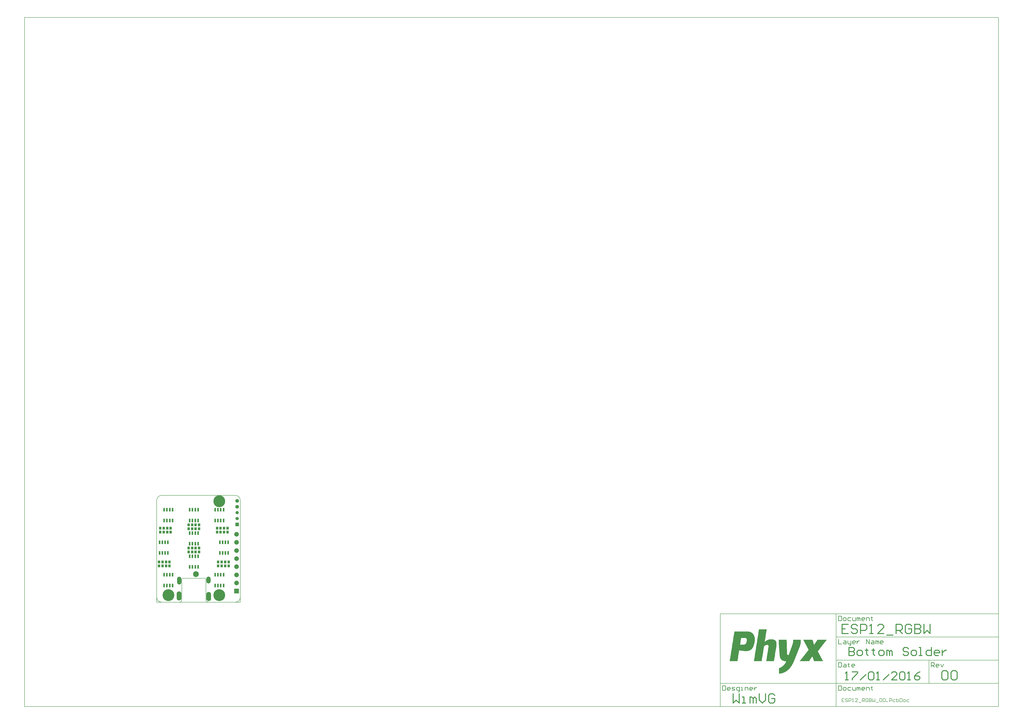
<source format=gbs>
G04 Layer_Color=16711935*
%FSLAX25Y25*%
%MOIN*%
G70*
G01*
G75*
%ADD34C,0.00984*%
%ADD35C,0.01575*%
%ADD36C,0.00787*%
%ADD60R,0.04331X0.04724*%
%ADD80C,0.07874*%
%ADD81R,0.07874X0.07874*%
%ADD82O,0.08268X0.15354*%
%ADD83C,0.09843*%
%ADD84O,0.07087X0.13386*%
%ADD85O,0.07087X0.11811*%
%ADD86C,0.20079*%
%ADD87R,0.06299X0.06299*%
%ADD88C,0.05512*%
%ADD89C,0.06299*%
%ADD91R,0.03150X0.05906*%
G36*
X1093521Y-64032D02*
Y-64318D01*
Y-64605D01*
Y-64891D01*
Y-65177D01*
Y-65464D01*
Y-65750D01*
Y-66036D01*
Y-66322D01*
Y-66609D01*
Y-66895D01*
Y-67181D01*
Y-67468D01*
Y-67754D01*
Y-68040D01*
Y-68327D01*
Y-68613D01*
Y-68899D01*
Y-69186D01*
Y-69472D01*
Y-69758D01*
X1093234D01*
Y-70044D01*
Y-70331D01*
Y-70617D01*
Y-70903D01*
Y-71190D01*
X1092948D01*
Y-71476D01*
Y-71762D01*
Y-72049D01*
Y-72335D01*
X1092662D01*
Y-72621D01*
Y-72908D01*
Y-73194D01*
Y-73480D01*
X1092375D01*
Y-73767D01*
Y-74053D01*
Y-74339D01*
X1092089D01*
Y-74625D01*
Y-74912D01*
Y-75198D01*
X1091803D01*
Y-75485D01*
Y-75771D01*
Y-76057D01*
X1091516D01*
Y-76343D01*
Y-76630D01*
Y-76916D01*
X1091230D01*
Y-77202D01*
Y-77489D01*
X1090944D01*
Y-77775D01*
Y-78061D01*
X1090657D01*
Y-78348D01*
Y-78634D01*
Y-78920D01*
X1090371D01*
Y-79207D01*
Y-79493D01*
X1090085D01*
Y-79779D01*
Y-80066D01*
Y-80352D01*
X1089799D01*
Y-80638D01*
Y-80924D01*
X1089512D01*
Y-81211D01*
Y-81497D01*
Y-81783D01*
X1089226D01*
Y-82070D01*
Y-82356D01*
X1088939D01*
Y-82642D01*
Y-82929D01*
Y-83215D01*
X1088653D01*
Y-83501D01*
Y-83788D01*
X1088367D01*
Y-84074D01*
Y-84360D01*
Y-84646D01*
X1088081D01*
Y-84933D01*
Y-85219D01*
X1087794D01*
Y-85505D01*
Y-85792D01*
Y-86078D01*
X1087508D01*
Y-86364D01*
Y-86651D01*
X1087222D01*
Y-86937D01*
Y-87223D01*
Y-87510D01*
X1086935D01*
Y-87796D01*
Y-88082D01*
X1086649D01*
Y-88369D01*
Y-88655D01*
Y-88941D01*
X1086363D01*
Y-89227D01*
Y-89514D01*
X1086076D01*
Y-89800D01*
Y-90086D01*
Y-90373D01*
X1085790D01*
Y-90659D01*
Y-90945D01*
X1085504D01*
Y-91232D01*
Y-91518D01*
Y-91804D01*
X1085217D01*
Y-92091D01*
Y-92377D01*
X1084931D01*
Y-92663D01*
Y-92950D01*
Y-93236D01*
X1084645D01*
Y-93522D01*
Y-93809D01*
X1084359D01*
Y-94095D01*
Y-94381D01*
Y-94667D01*
X1084072D01*
Y-94954D01*
Y-95240D01*
X1083786D01*
Y-95526D01*
Y-95813D01*
Y-96099D01*
X1083500D01*
Y-96385D01*
Y-96672D01*
X1083213D01*
Y-96958D01*
Y-97244D01*
Y-97531D01*
X1082927D01*
Y-97817D01*
Y-98103D01*
X1082641D01*
Y-98390D01*
Y-98676D01*
Y-98962D01*
X1082354D01*
Y-99248D01*
Y-99535D01*
X1082068D01*
Y-99821D01*
Y-100107D01*
Y-100394D01*
X1081782D01*
Y-100680D01*
Y-100966D01*
X1081495D01*
Y-101253D01*
Y-101539D01*
X1081209D01*
Y-101825D01*
Y-102112D01*
X1080923D01*
Y-102398D01*
Y-102684D01*
Y-102971D01*
X1080637D01*
Y-103257D01*
X1080350D01*
Y-103543D01*
Y-103829D01*
Y-104116D01*
X1080064D01*
Y-104402D01*
X1079778D01*
Y-104688D01*
Y-104975D01*
X1079491D01*
Y-105261D01*
Y-105547D01*
X1079205D01*
Y-105834D01*
Y-106120D01*
X1078919D01*
Y-106406D01*
Y-106693D01*
X1078632D01*
Y-106979D01*
X1078346D01*
Y-107265D01*
Y-107552D01*
X1078060D01*
Y-107838D01*
Y-108124D01*
X1077773D01*
Y-108410D01*
X1077487D01*
Y-108697D01*
X1077201D01*
Y-108983D01*
Y-109269D01*
X1076914D01*
Y-109556D01*
X1076628D01*
Y-109842D01*
Y-110128D01*
X1076342D01*
Y-110415D01*
X1076056D01*
Y-110701D01*
X1075769D01*
Y-110987D01*
Y-111274D01*
X1075483D01*
Y-111560D01*
X1075196D01*
Y-111846D01*
X1074910D01*
Y-112133D01*
X1074624D01*
Y-112419D01*
X1074338D01*
Y-112705D01*
Y-112991D01*
X1074051D01*
Y-113278D01*
X1073765D01*
Y-113564D01*
X1073479D01*
Y-113850D01*
X1073192D01*
Y-114137D01*
X1072906D01*
Y-114423D01*
X1072620D01*
Y-114709D01*
X1072333D01*
Y-114996D01*
X1071761D01*
Y-115282D01*
X1071474D01*
Y-115568D01*
X1071188D01*
Y-115855D01*
X1070902D01*
Y-116141D01*
X1070615D01*
Y-116427D01*
X1070043D01*
Y-116714D01*
X1069757D01*
Y-117000D01*
X1069184D01*
Y-117286D01*
X1068898D01*
Y-117572D01*
X1068325D01*
Y-117859D01*
X1068039D01*
Y-118145D01*
X1067466D01*
Y-118431D01*
X1066893D01*
Y-118718D01*
X1066321D01*
Y-119004D01*
X1065748D01*
Y-119290D01*
X1065176D01*
Y-119577D01*
X1064317D01*
Y-119863D01*
X1063744D01*
Y-120149D01*
X1062885D01*
Y-120436D01*
X1061740D01*
Y-120722D01*
X1060595D01*
Y-121008D01*
X1058877D01*
Y-121294D01*
X1056872D01*
Y-121581D01*
X1056586D01*
Y-121294D01*
Y-121008D01*
Y-120722D01*
Y-120436D01*
Y-120149D01*
Y-119863D01*
Y-119577D01*
Y-119290D01*
Y-119004D01*
Y-118718D01*
Y-118431D01*
Y-118145D01*
Y-117859D01*
Y-117572D01*
Y-117286D01*
Y-117000D01*
Y-116714D01*
Y-116427D01*
Y-116141D01*
Y-115855D01*
Y-115568D01*
Y-115282D01*
Y-114996D01*
Y-114709D01*
Y-114423D01*
Y-114137D01*
Y-113850D01*
Y-113564D01*
Y-113278D01*
Y-112991D01*
Y-112705D01*
Y-112419D01*
Y-112133D01*
X1057159D01*
Y-111846D01*
X1057731D01*
Y-111560D01*
X1058304D01*
Y-111274D01*
X1058877D01*
Y-110987D01*
X1059449D01*
Y-110701D01*
X1060022D01*
Y-110415D01*
X1060308D01*
Y-110128D01*
X1060881D01*
Y-109842D01*
X1061167D01*
Y-109556D01*
X1061740D01*
Y-109269D01*
X1062026D01*
Y-108983D01*
X1062312D01*
Y-108697D01*
X1062885D01*
Y-108410D01*
X1063171D01*
Y-108124D01*
X1063458D01*
Y-107838D01*
X1063744D01*
Y-107552D01*
X1064030D01*
Y-107265D01*
X1064317D01*
Y-106979D01*
X1064603D01*
Y-106693D01*
X1064889D01*
Y-106406D01*
X1065176D01*
Y-106120D01*
X1065462D01*
Y-105834D01*
X1065748D01*
Y-105547D01*
X1066035D01*
Y-105261D01*
Y-104975D01*
X1066321D01*
Y-104688D01*
X1066607D01*
Y-104402D01*
X1066893D01*
Y-104116D01*
Y-103829D01*
X1067180D01*
Y-103543D01*
X1067466D01*
Y-103257D01*
Y-102971D01*
X1067752D01*
Y-102684D01*
Y-102398D01*
X1068039D01*
Y-102112D01*
X1068325D01*
Y-101825D01*
Y-101539D01*
X1068611D01*
Y-101253D01*
Y-100966D01*
X1068898D01*
Y-100680D01*
Y-100394D01*
X1067180D01*
Y-100107D01*
X1065176D01*
Y-99821D01*
X1064030D01*
Y-99535D01*
X1063458D01*
Y-99248D01*
X1062599D01*
Y-98962D01*
X1062026D01*
Y-98676D01*
X1061740D01*
Y-98390D01*
X1061167D01*
Y-98103D01*
X1060881D01*
Y-97817D01*
X1060595D01*
Y-97531D01*
X1060308D01*
Y-97244D01*
X1060022D01*
Y-96958D01*
X1059736D01*
Y-96672D01*
Y-96385D01*
X1059449D01*
Y-96099D01*
X1059163D01*
Y-95813D01*
Y-95526D01*
X1058877D01*
Y-95240D01*
Y-94954D01*
X1058590D01*
Y-94667D01*
Y-94381D01*
X1058304D01*
Y-94095D01*
Y-93809D01*
Y-93522D01*
X1058018D01*
Y-93236D01*
Y-92950D01*
Y-92663D01*
Y-92377D01*
X1057731D01*
Y-92091D01*
Y-91804D01*
Y-91518D01*
Y-91232D01*
Y-90945D01*
Y-90659D01*
Y-90373D01*
X1057445D01*
Y-90086D01*
Y-89800D01*
Y-89514D01*
Y-89227D01*
Y-88941D01*
Y-88655D01*
Y-88369D01*
Y-88082D01*
Y-87796D01*
Y-87510D01*
Y-87223D01*
Y-86937D01*
Y-86651D01*
Y-86364D01*
Y-86078D01*
X1057159D01*
Y-85792D01*
Y-85505D01*
Y-85219D01*
Y-84933D01*
Y-84646D01*
Y-84360D01*
Y-84074D01*
Y-83788D01*
Y-83501D01*
Y-83215D01*
Y-82929D01*
Y-82642D01*
Y-82356D01*
Y-82070D01*
Y-81783D01*
X1056872D01*
Y-81497D01*
Y-81211D01*
Y-80924D01*
Y-80638D01*
Y-80352D01*
Y-80066D01*
Y-79779D01*
Y-79493D01*
Y-79207D01*
Y-78920D01*
Y-78634D01*
Y-78348D01*
Y-78061D01*
Y-77775D01*
Y-77489D01*
Y-77202D01*
X1056586D01*
Y-76916D01*
Y-76630D01*
Y-76343D01*
Y-76057D01*
Y-75771D01*
Y-75485D01*
Y-75198D01*
Y-74912D01*
Y-74625D01*
Y-74339D01*
Y-74053D01*
Y-73767D01*
Y-73480D01*
Y-73194D01*
Y-72908D01*
Y-72621D01*
X1056300D01*
Y-72335D01*
Y-72049D01*
Y-71762D01*
Y-71476D01*
Y-71190D01*
Y-70903D01*
Y-70617D01*
Y-70331D01*
Y-70044D01*
Y-69758D01*
Y-69472D01*
Y-69186D01*
Y-68899D01*
Y-68613D01*
X1056014D01*
Y-68327D01*
Y-68040D01*
Y-67754D01*
Y-67468D01*
Y-67181D01*
Y-66895D01*
Y-66609D01*
Y-66322D01*
Y-66036D01*
Y-65750D01*
Y-65464D01*
Y-65177D01*
Y-64891D01*
Y-64605D01*
Y-64318D01*
Y-64032D01*
X1055727D01*
Y-63746D01*
X1069470D01*
Y-64032D01*
Y-64318D01*
Y-64605D01*
Y-64891D01*
Y-65177D01*
Y-65464D01*
Y-65750D01*
Y-66036D01*
Y-66322D01*
Y-66609D01*
Y-66895D01*
Y-67181D01*
Y-67468D01*
Y-67754D01*
X1069757D01*
Y-68040D01*
Y-68327D01*
Y-68613D01*
Y-68899D01*
Y-69186D01*
Y-69472D01*
Y-69758D01*
Y-70044D01*
Y-70331D01*
Y-70617D01*
Y-70903D01*
Y-71190D01*
Y-71476D01*
Y-71762D01*
Y-72049D01*
Y-72335D01*
Y-72621D01*
Y-72908D01*
Y-73194D01*
Y-73480D01*
Y-73767D01*
Y-74053D01*
Y-74339D01*
Y-74625D01*
Y-74912D01*
Y-75198D01*
Y-75485D01*
Y-75771D01*
Y-76057D01*
Y-76343D01*
Y-76630D01*
Y-76916D01*
Y-77202D01*
Y-77489D01*
Y-77775D01*
Y-78061D01*
Y-78348D01*
Y-78634D01*
Y-78920D01*
Y-79207D01*
Y-79493D01*
X1070043D01*
Y-79779D01*
X1069757D01*
Y-80066D01*
Y-80352D01*
X1070043D01*
Y-80638D01*
Y-80924D01*
Y-81211D01*
Y-81497D01*
Y-81783D01*
Y-82070D01*
Y-82356D01*
Y-82642D01*
Y-82929D01*
Y-83215D01*
Y-83501D01*
Y-83788D01*
Y-84074D01*
Y-84360D01*
Y-84646D01*
Y-84933D01*
Y-85219D01*
Y-85505D01*
Y-85792D01*
Y-86078D01*
Y-86364D01*
Y-86651D01*
Y-86937D01*
Y-87223D01*
Y-87510D01*
Y-87796D01*
X1070329D01*
Y-88082D01*
Y-88369D01*
Y-88655D01*
X1070615D01*
Y-88941D01*
X1070902D01*
Y-89227D01*
X1071188D01*
Y-89514D01*
X1072047D01*
Y-89800D01*
X1072906D01*
Y-89514D01*
X1073192D01*
Y-89227D01*
Y-88941D01*
Y-88655D01*
X1073479D01*
Y-88369D01*
Y-88082D01*
X1073765D01*
Y-87796D01*
Y-87510D01*
Y-87223D01*
X1074051D01*
Y-86937D01*
Y-86651D01*
Y-86364D01*
X1074338D01*
Y-86078D01*
Y-85792D01*
Y-85505D01*
X1074624D01*
Y-85219D01*
Y-84933D01*
Y-84646D01*
X1074910D01*
Y-84360D01*
Y-84074D01*
X1075196D01*
Y-83788D01*
Y-83501D01*
Y-83215D01*
X1075483D01*
Y-82929D01*
Y-82642D01*
Y-82356D01*
X1075769D01*
Y-82070D01*
Y-81783D01*
Y-81497D01*
X1076056D01*
Y-81211D01*
Y-80924D01*
X1076342D01*
Y-80638D01*
Y-80352D01*
Y-80066D01*
X1076628D01*
Y-79779D01*
Y-79493D01*
Y-79207D01*
X1076914D01*
Y-78920D01*
Y-78634D01*
Y-78348D01*
X1077201D01*
Y-78061D01*
Y-77775D01*
X1077487D01*
Y-77489D01*
Y-77202D01*
Y-76916D01*
X1077773D01*
Y-76630D01*
Y-76343D01*
Y-76057D01*
X1078060D01*
Y-75771D01*
Y-75485D01*
Y-75198D01*
X1078346D01*
Y-74912D01*
Y-74625D01*
X1078632D01*
Y-74339D01*
Y-74053D01*
Y-73767D01*
X1078919D01*
Y-73480D01*
Y-73194D01*
Y-72908D01*
X1079205D01*
Y-72621D01*
Y-72335D01*
Y-72049D01*
X1079491D01*
Y-71762D01*
Y-71476D01*
Y-71190D01*
Y-70903D01*
X1079778D01*
Y-70617D01*
Y-70331D01*
Y-70044D01*
Y-69758D01*
X1080064D01*
Y-69472D01*
Y-69186D01*
Y-68899D01*
Y-68613D01*
Y-68327D01*
X1080350D01*
Y-68040D01*
Y-67754D01*
Y-67468D01*
Y-67181D01*
Y-66895D01*
Y-66609D01*
X1080637D01*
Y-66322D01*
Y-66036D01*
Y-65750D01*
Y-65464D01*
Y-65177D01*
Y-64891D01*
Y-64605D01*
Y-64318D01*
Y-64032D01*
Y-63746D01*
X1093521D01*
Y-64032D01*
D02*
G37*
G36*
X1035685Y-46567D02*
Y-46853D01*
X1035399D01*
Y-47139D01*
Y-47426D01*
Y-47712D01*
Y-47998D01*
Y-48285D01*
Y-48571D01*
X1035113D01*
Y-48857D01*
Y-49144D01*
Y-49430D01*
Y-49716D01*
Y-50003D01*
Y-50289D01*
X1034826D01*
Y-50575D01*
Y-50862D01*
Y-51148D01*
Y-51434D01*
Y-51720D01*
Y-52007D01*
Y-52293D01*
X1034540D01*
Y-52579D01*
Y-52866D01*
Y-53152D01*
Y-53438D01*
Y-53725D01*
Y-54011D01*
X1034254D01*
Y-54297D01*
Y-54584D01*
Y-54870D01*
Y-55156D01*
Y-55443D01*
Y-55729D01*
X1033967D01*
Y-56015D01*
Y-56301D01*
Y-56588D01*
Y-56874D01*
Y-57161D01*
Y-57447D01*
Y-57733D01*
X1033681D01*
Y-58019D01*
Y-58306D01*
Y-58592D01*
Y-58878D01*
Y-59165D01*
Y-59451D01*
X1033395D01*
Y-59737D01*
Y-60024D01*
Y-60310D01*
Y-60596D01*
Y-60883D01*
Y-61169D01*
X1033109D01*
Y-61455D01*
Y-61742D01*
Y-62028D01*
Y-62314D01*
Y-62600D01*
Y-62887D01*
X1032822D01*
Y-63173D01*
Y-63459D01*
Y-63746D01*
Y-64032D01*
Y-64318D01*
Y-64605D01*
Y-64891D01*
X1032536D01*
Y-65177D01*
Y-65464D01*
Y-65750D01*
Y-66036D01*
Y-66322D01*
Y-66609D01*
X1032250D01*
Y-66895D01*
Y-67181D01*
X1032822D01*
Y-66895D01*
X1033109D01*
Y-66609D01*
X1033395D01*
Y-66322D01*
X1033967D01*
Y-66036D01*
X1034254D01*
Y-65750D01*
X1034540D01*
Y-65464D01*
X1035113D01*
Y-65177D01*
X1035685D01*
Y-64891D01*
X1035972D01*
Y-64605D01*
X1036544D01*
Y-64318D01*
X1037403D01*
Y-64032D01*
X1037976D01*
Y-63746D01*
X1038835D01*
Y-63459D01*
X1040266D01*
Y-63173D01*
X1046565D01*
Y-63459D01*
X1047711D01*
Y-63746D01*
X1048569D01*
Y-64032D01*
X1049142D01*
Y-64318D01*
X1049428D01*
Y-64605D01*
X1050001D01*
Y-64891D01*
X1050287D01*
Y-65177D01*
X1050574D01*
Y-65464D01*
X1050860D01*
Y-65750D01*
X1051146D01*
Y-66036D01*
Y-66322D01*
X1051433D01*
Y-66609D01*
Y-66895D01*
X1051719D01*
Y-67181D01*
Y-67468D01*
Y-67754D01*
X1052005D01*
Y-68040D01*
Y-68327D01*
Y-68613D01*
Y-68899D01*
X1052291D01*
Y-69186D01*
Y-69472D01*
Y-69758D01*
Y-70044D01*
Y-70331D01*
Y-70617D01*
Y-70903D01*
Y-71190D01*
Y-71476D01*
Y-71762D01*
Y-72049D01*
Y-72335D01*
Y-72621D01*
Y-72908D01*
Y-73194D01*
Y-73480D01*
Y-73767D01*
Y-74053D01*
X1052005D01*
Y-74339D01*
Y-74625D01*
Y-74912D01*
Y-75198D01*
Y-75485D01*
Y-75771D01*
Y-76057D01*
X1051719D01*
Y-76343D01*
Y-76630D01*
Y-76916D01*
Y-77202D01*
Y-77489D01*
Y-77775D01*
Y-78061D01*
X1051433D01*
Y-78348D01*
Y-78634D01*
Y-78920D01*
Y-79207D01*
Y-79493D01*
Y-79779D01*
X1051146D01*
Y-80066D01*
Y-80352D01*
Y-80638D01*
Y-80924D01*
Y-81211D01*
Y-81497D01*
X1050860D01*
Y-81783D01*
Y-82070D01*
Y-82356D01*
Y-82642D01*
Y-82929D01*
Y-83215D01*
X1050574D01*
Y-83501D01*
Y-83788D01*
Y-84074D01*
Y-84360D01*
Y-84646D01*
Y-84933D01*
Y-85219D01*
X1050287D01*
Y-85505D01*
Y-85792D01*
Y-86078D01*
Y-86364D01*
Y-86651D01*
Y-86937D01*
X1050001D01*
Y-87223D01*
Y-87510D01*
Y-87796D01*
Y-88082D01*
Y-88369D01*
Y-88655D01*
X1049715D01*
Y-88941D01*
Y-89227D01*
Y-89514D01*
Y-89800D01*
Y-90086D01*
Y-90373D01*
Y-90659D01*
X1049428D01*
Y-90945D01*
Y-91232D01*
Y-91518D01*
Y-91804D01*
Y-92091D01*
Y-92377D01*
X1049142D01*
Y-92663D01*
Y-92950D01*
Y-93236D01*
Y-93522D01*
Y-93809D01*
Y-94095D01*
X1048856D01*
Y-94381D01*
Y-94667D01*
Y-94954D01*
Y-95240D01*
Y-95526D01*
Y-95813D01*
X1048569D01*
Y-96099D01*
Y-96385D01*
Y-96672D01*
Y-96958D01*
Y-97244D01*
Y-97531D01*
Y-97817D01*
X1048283D01*
Y-98103D01*
Y-98390D01*
Y-98676D01*
Y-98962D01*
Y-99248D01*
Y-99535D01*
X1047997D01*
Y-99821D01*
Y-100107D01*
X1034826D01*
Y-99821D01*
Y-99535D01*
X1035113D01*
Y-99248D01*
Y-98962D01*
Y-98676D01*
Y-98390D01*
Y-98103D01*
Y-97817D01*
X1035399D01*
Y-97531D01*
Y-97244D01*
Y-96958D01*
Y-96672D01*
Y-96385D01*
Y-96099D01*
Y-95813D01*
X1035685D01*
Y-95526D01*
Y-95240D01*
Y-94954D01*
Y-94667D01*
Y-94381D01*
Y-94095D01*
X1035972D01*
Y-93809D01*
Y-93522D01*
Y-93236D01*
Y-92950D01*
Y-92663D01*
Y-92377D01*
X1036258D01*
Y-92091D01*
Y-91804D01*
Y-91518D01*
Y-91232D01*
Y-90945D01*
Y-90659D01*
Y-90373D01*
X1036544D01*
Y-90086D01*
Y-89800D01*
Y-89514D01*
Y-89227D01*
Y-88941D01*
Y-88655D01*
X1036831D01*
Y-88369D01*
Y-88082D01*
Y-87796D01*
Y-87510D01*
Y-87223D01*
Y-86937D01*
Y-86651D01*
X1037117D01*
Y-86364D01*
Y-86078D01*
Y-85792D01*
Y-85505D01*
Y-85219D01*
Y-84933D01*
X1037403D01*
Y-84646D01*
Y-84360D01*
Y-84074D01*
Y-83788D01*
Y-83501D01*
Y-83215D01*
X1037689D01*
Y-82929D01*
Y-82642D01*
Y-82356D01*
Y-82070D01*
Y-81783D01*
Y-81497D01*
X1037976D01*
Y-81211D01*
Y-80924D01*
Y-80638D01*
Y-80352D01*
Y-80066D01*
Y-79779D01*
Y-79493D01*
X1038262D01*
Y-79207D01*
Y-78920D01*
Y-78634D01*
Y-78348D01*
Y-78061D01*
Y-77775D01*
X1038548D01*
Y-77489D01*
Y-77202D01*
Y-76916D01*
Y-76630D01*
Y-76343D01*
Y-76057D01*
Y-75771D01*
X1038835D01*
Y-75485D01*
Y-75198D01*
Y-74912D01*
Y-74625D01*
Y-74339D01*
Y-74053D01*
X1038548D01*
Y-73767D01*
Y-73480D01*
X1038262D01*
Y-73194D01*
X1037976D01*
Y-72908D01*
X1037403D01*
Y-72621D01*
X1035685D01*
Y-72908D01*
X1034254D01*
Y-73194D01*
X1033395D01*
Y-73480D01*
X1032822D01*
Y-73767D01*
X1032536D01*
Y-74053D01*
X1031963D01*
Y-74339D01*
X1031677D01*
Y-74625D01*
X1031391D01*
Y-74912D01*
Y-75198D01*
X1031104D01*
Y-75485D01*
Y-75771D01*
Y-76057D01*
X1030818D01*
Y-76343D01*
Y-76630D01*
Y-76916D01*
Y-77202D01*
Y-77489D01*
Y-77775D01*
X1030532D01*
Y-78061D01*
Y-78348D01*
Y-78634D01*
Y-78920D01*
Y-79207D01*
Y-79493D01*
Y-79779D01*
X1030245D01*
Y-80066D01*
Y-80352D01*
Y-80638D01*
Y-80924D01*
Y-81211D01*
Y-81497D01*
X1029959D01*
Y-81783D01*
Y-82070D01*
Y-82356D01*
Y-82642D01*
Y-82929D01*
Y-83215D01*
X1029673D01*
Y-83501D01*
Y-83788D01*
Y-84074D01*
Y-84360D01*
Y-84646D01*
Y-84933D01*
X1029387D01*
Y-85219D01*
Y-85505D01*
Y-85792D01*
Y-86078D01*
Y-86364D01*
Y-86651D01*
Y-86937D01*
X1029100D01*
Y-87223D01*
Y-87510D01*
Y-87796D01*
Y-88082D01*
Y-88369D01*
Y-88655D01*
X1028814D01*
Y-88941D01*
Y-89227D01*
Y-89514D01*
Y-89800D01*
Y-90086D01*
Y-90373D01*
X1028528D01*
Y-90659D01*
Y-90945D01*
Y-91232D01*
Y-91518D01*
Y-91804D01*
Y-92091D01*
Y-92377D01*
X1028241D01*
Y-92663D01*
Y-92950D01*
Y-93236D01*
Y-93522D01*
Y-93809D01*
Y-94095D01*
X1027955D01*
Y-94381D01*
Y-94667D01*
Y-94954D01*
Y-95240D01*
Y-95526D01*
Y-95813D01*
X1027669D01*
Y-96099D01*
Y-96385D01*
Y-96672D01*
Y-96958D01*
Y-97244D01*
Y-97531D01*
X1027382D01*
Y-97817D01*
Y-98103D01*
Y-98390D01*
Y-98676D01*
Y-98962D01*
Y-99248D01*
Y-99535D01*
X1027096D01*
Y-99821D01*
Y-100107D01*
X1013926D01*
Y-99821D01*
Y-99535D01*
X1014212D01*
Y-99248D01*
Y-98962D01*
Y-98676D01*
Y-98390D01*
Y-98103D01*
Y-97817D01*
Y-97531D01*
X1014498D01*
Y-97244D01*
Y-96958D01*
Y-96672D01*
Y-96385D01*
Y-96099D01*
Y-95813D01*
X1014785D01*
Y-95526D01*
Y-95240D01*
Y-94954D01*
Y-94667D01*
Y-94381D01*
Y-94095D01*
X1015071D01*
Y-93809D01*
Y-93522D01*
Y-93236D01*
Y-92950D01*
Y-92663D01*
Y-92377D01*
Y-92091D01*
X1015357D01*
Y-91804D01*
Y-91518D01*
Y-91232D01*
Y-90945D01*
Y-90659D01*
Y-90373D01*
X1015643D01*
Y-90086D01*
Y-89800D01*
Y-89514D01*
Y-89227D01*
Y-88941D01*
Y-88655D01*
X1015930D01*
Y-88369D01*
Y-88082D01*
Y-87796D01*
Y-87510D01*
Y-87223D01*
Y-86937D01*
X1016216D01*
Y-86651D01*
Y-86364D01*
Y-86078D01*
Y-85792D01*
Y-85505D01*
Y-85219D01*
Y-84933D01*
X1016502D01*
Y-84646D01*
Y-84360D01*
Y-84074D01*
Y-83788D01*
Y-83501D01*
Y-83215D01*
X1016789D01*
Y-82929D01*
Y-82642D01*
Y-82356D01*
Y-82070D01*
Y-81783D01*
Y-81497D01*
X1017075D01*
Y-81211D01*
Y-80924D01*
Y-80638D01*
Y-80352D01*
Y-80066D01*
Y-79779D01*
Y-79493D01*
X1017361D01*
Y-79207D01*
Y-78920D01*
Y-78634D01*
Y-78348D01*
Y-78061D01*
Y-77775D01*
X1017648D01*
Y-77489D01*
Y-77202D01*
Y-76916D01*
Y-76630D01*
Y-76343D01*
Y-76057D01*
X1017934D01*
Y-75771D01*
Y-75485D01*
Y-75198D01*
Y-74912D01*
Y-74625D01*
Y-74339D01*
X1018220D01*
Y-74053D01*
Y-73767D01*
Y-73480D01*
Y-73194D01*
Y-72908D01*
Y-72621D01*
Y-72335D01*
X1018507D01*
Y-72049D01*
Y-71762D01*
Y-71476D01*
Y-71190D01*
Y-70903D01*
Y-70617D01*
X1018793D01*
Y-70331D01*
Y-70044D01*
Y-69758D01*
Y-69472D01*
Y-69186D01*
Y-68899D01*
X1019079D01*
Y-68613D01*
Y-68327D01*
Y-68040D01*
Y-67754D01*
Y-67468D01*
Y-67181D01*
X1019366D01*
Y-66895D01*
Y-66609D01*
Y-66322D01*
Y-66036D01*
Y-65750D01*
Y-65464D01*
Y-65177D01*
X1019652D01*
Y-64891D01*
Y-64605D01*
Y-64318D01*
Y-64032D01*
Y-63746D01*
Y-63459D01*
X1019938D01*
Y-63173D01*
Y-62887D01*
Y-62600D01*
Y-62314D01*
Y-62028D01*
Y-61742D01*
X1020224D01*
Y-61455D01*
Y-61169D01*
Y-60883D01*
Y-60596D01*
Y-60310D01*
Y-60024D01*
Y-59737D01*
X1020511D01*
Y-59451D01*
Y-59165D01*
Y-58878D01*
Y-58592D01*
Y-58306D01*
Y-58019D01*
X1020797D01*
Y-57733D01*
Y-57447D01*
Y-57161D01*
Y-56874D01*
Y-56588D01*
Y-56301D01*
X1021083D01*
Y-56015D01*
Y-55729D01*
Y-55443D01*
Y-55156D01*
Y-54870D01*
Y-54584D01*
X1021370D01*
Y-54297D01*
Y-54011D01*
Y-53725D01*
Y-53438D01*
Y-53152D01*
Y-52866D01*
Y-52579D01*
X1021656D01*
Y-52293D01*
Y-52007D01*
Y-51720D01*
Y-51434D01*
Y-51148D01*
Y-50862D01*
X1021942D01*
Y-50575D01*
Y-50289D01*
Y-50003D01*
Y-49716D01*
Y-49430D01*
Y-49144D01*
X1022229D01*
Y-48857D01*
Y-48571D01*
Y-48285D01*
Y-47998D01*
Y-47712D01*
Y-47426D01*
Y-47139D01*
X1022515D01*
Y-46853D01*
Y-46567D01*
Y-46281D01*
X1035685D01*
Y-46567D01*
D02*
G37*
G36*
X1004477Y-50003D02*
X1006195D01*
Y-50289D01*
X1007054D01*
Y-50575D01*
X1007913D01*
Y-50862D01*
X1008772D01*
Y-51148D01*
X1009345D01*
Y-51434D01*
X1009631D01*
Y-51720D01*
X1010203D01*
Y-52007D01*
X1010490D01*
Y-52293D01*
X1011062D01*
Y-52579D01*
X1011349D01*
Y-52866D01*
X1011635D01*
Y-53152D01*
X1011921D01*
Y-53438D01*
X1012208D01*
Y-53725D01*
X1012494D01*
Y-54011D01*
X1012780D01*
Y-54297D01*
Y-54584D01*
X1013067D01*
Y-54870D01*
X1013353D01*
Y-55156D01*
Y-55443D01*
X1013639D01*
Y-55729D01*
X1013926D01*
Y-56015D01*
Y-56301D01*
X1014212D01*
Y-56588D01*
Y-56874D01*
Y-57161D01*
X1014498D01*
Y-57447D01*
Y-57733D01*
Y-58019D01*
X1014785D01*
Y-58306D01*
Y-58592D01*
Y-58878D01*
Y-59165D01*
X1015071D01*
Y-59451D01*
Y-59737D01*
Y-60024D01*
Y-60310D01*
Y-60596D01*
X1015357D01*
Y-60883D01*
Y-61169D01*
Y-61455D01*
Y-61742D01*
Y-62028D01*
Y-62314D01*
Y-62600D01*
Y-62887D01*
Y-63173D01*
Y-63459D01*
Y-63746D01*
Y-64032D01*
Y-64318D01*
Y-64605D01*
Y-64891D01*
Y-65177D01*
Y-65464D01*
Y-65750D01*
Y-66036D01*
Y-66322D01*
X1015071D01*
Y-66609D01*
Y-66895D01*
Y-67181D01*
Y-67468D01*
Y-67754D01*
Y-68040D01*
Y-68327D01*
X1014785D01*
Y-68613D01*
Y-68899D01*
Y-69186D01*
Y-69472D01*
Y-69758D01*
X1014498D01*
Y-70044D01*
Y-70331D01*
Y-70617D01*
Y-70903D01*
Y-71190D01*
X1014212D01*
Y-71476D01*
Y-71762D01*
Y-72049D01*
X1013926D01*
Y-72335D01*
Y-72621D01*
Y-72908D01*
Y-73194D01*
X1013639D01*
Y-73480D01*
Y-73767D01*
Y-74053D01*
X1013353D01*
Y-74339D01*
Y-74625D01*
X1013067D01*
Y-74912D01*
Y-75198D01*
Y-75485D01*
X1012780D01*
Y-75771D01*
Y-76057D01*
X1012494D01*
Y-76343D01*
Y-76630D01*
X1012208D01*
Y-76916D01*
Y-77202D01*
X1011921D01*
Y-77489D01*
X1011635D01*
Y-77775D01*
Y-78061D01*
X1011349D01*
Y-78348D01*
X1011062D01*
Y-78634D01*
X1010776D01*
Y-78920D01*
Y-79207D01*
X1010490D01*
Y-79493D01*
X1010203D01*
Y-79779D01*
X1009917D01*
Y-80066D01*
X1009631D01*
Y-80352D01*
X1009345D01*
Y-80638D01*
X1008772D01*
Y-80924D01*
X1008486D01*
Y-81211D01*
X1007913D01*
Y-81497D01*
X1007627D01*
Y-81783D01*
X1007054D01*
Y-82070D01*
X1006195D01*
Y-82356D01*
X1005336D01*
Y-82642D01*
X1004477D01*
Y-82929D01*
X1002759D01*
Y-83215D01*
X997606D01*
Y-82929D01*
X995029D01*
Y-82642D01*
X993025D01*
Y-82356D01*
X991593D01*
Y-82070D01*
X990162D01*
Y-81783D01*
X988730D01*
Y-82070D01*
Y-82356D01*
Y-82642D01*
Y-82929D01*
Y-83215D01*
Y-83501D01*
Y-83788D01*
X988444D01*
Y-84074D01*
Y-84360D01*
Y-84646D01*
Y-84933D01*
Y-85219D01*
Y-85505D01*
X988157D01*
Y-85792D01*
Y-86078D01*
Y-86364D01*
Y-86651D01*
Y-86937D01*
Y-87223D01*
X987871D01*
Y-87510D01*
Y-87796D01*
Y-88082D01*
Y-88369D01*
Y-88655D01*
Y-88941D01*
Y-89227D01*
X987585D01*
Y-89514D01*
Y-89800D01*
Y-90086D01*
Y-90373D01*
Y-90659D01*
Y-90945D01*
X987298D01*
Y-91232D01*
Y-91518D01*
Y-91804D01*
Y-92091D01*
Y-92377D01*
Y-92663D01*
X987012D01*
Y-92950D01*
Y-93236D01*
Y-93522D01*
Y-93809D01*
Y-94095D01*
Y-94381D01*
Y-94667D01*
X986726D01*
Y-94954D01*
Y-95240D01*
Y-95526D01*
Y-95813D01*
Y-96099D01*
Y-96385D01*
X986440D01*
Y-96672D01*
Y-96958D01*
Y-97244D01*
Y-97531D01*
Y-97817D01*
Y-98103D01*
X986153D01*
Y-98390D01*
Y-98676D01*
Y-98962D01*
Y-99248D01*
Y-99535D01*
Y-99821D01*
Y-100107D01*
X972696D01*
Y-99821D01*
X972983D01*
Y-99535D01*
Y-99248D01*
Y-98962D01*
Y-98676D01*
Y-98390D01*
X973269D01*
Y-98103D01*
Y-97817D01*
Y-97531D01*
Y-97244D01*
Y-96958D01*
Y-96672D01*
Y-96385D01*
X973555D01*
Y-96099D01*
Y-95813D01*
Y-95526D01*
Y-95240D01*
Y-94954D01*
Y-94667D01*
X973842D01*
Y-94381D01*
Y-94095D01*
Y-93809D01*
Y-93522D01*
Y-93236D01*
Y-92950D01*
X974128D01*
Y-92663D01*
Y-92377D01*
Y-92091D01*
Y-91804D01*
Y-91518D01*
Y-91232D01*
Y-90945D01*
X974414D01*
Y-90659D01*
Y-90373D01*
Y-90086D01*
Y-89800D01*
Y-89514D01*
Y-89227D01*
X974701D01*
Y-88941D01*
Y-88655D01*
Y-88369D01*
Y-88082D01*
Y-87796D01*
Y-87510D01*
X974987D01*
Y-87223D01*
Y-86937D01*
Y-86651D01*
Y-86364D01*
Y-86078D01*
Y-85792D01*
X975273D01*
Y-85505D01*
Y-85219D01*
Y-84933D01*
Y-84646D01*
Y-84360D01*
Y-84074D01*
Y-83788D01*
X975560D01*
Y-83501D01*
Y-83215D01*
Y-82929D01*
Y-82642D01*
Y-82356D01*
Y-82070D01*
X975846D01*
Y-81783D01*
Y-81497D01*
Y-81211D01*
Y-80924D01*
Y-80638D01*
Y-80352D01*
X976132D01*
Y-80066D01*
Y-79779D01*
Y-79493D01*
Y-79207D01*
Y-78920D01*
Y-78634D01*
X976419D01*
Y-78348D01*
Y-78061D01*
Y-77775D01*
Y-77489D01*
Y-77202D01*
Y-76916D01*
Y-76630D01*
X976705D01*
Y-76343D01*
Y-76057D01*
Y-75771D01*
Y-75485D01*
Y-75198D01*
Y-74912D01*
X976991D01*
Y-74625D01*
Y-74339D01*
Y-74053D01*
Y-73767D01*
Y-73480D01*
Y-73194D01*
X977277D01*
Y-72908D01*
Y-72621D01*
Y-72335D01*
Y-72049D01*
Y-71762D01*
Y-71476D01*
Y-71190D01*
X977564D01*
Y-70903D01*
Y-70617D01*
Y-70331D01*
Y-70044D01*
Y-69758D01*
Y-69472D01*
X977850D01*
Y-69186D01*
Y-68899D01*
Y-68613D01*
Y-68327D01*
Y-68040D01*
Y-67754D01*
X978137D01*
Y-67468D01*
Y-67181D01*
Y-66895D01*
Y-66609D01*
Y-66322D01*
Y-66036D01*
X978423D01*
Y-65750D01*
Y-65464D01*
Y-65177D01*
Y-64891D01*
Y-64605D01*
Y-64318D01*
Y-64032D01*
X978709D01*
Y-63746D01*
Y-63459D01*
Y-63173D01*
Y-62887D01*
Y-62600D01*
Y-62314D01*
X978995D01*
Y-62028D01*
Y-61742D01*
Y-61455D01*
Y-61169D01*
Y-60883D01*
Y-60596D01*
X979282D01*
Y-60310D01*
Y-60024D01*
Y-59737D01*
Y-59451D01*
Y-59165D01*
Y-58878D01*
Y-58592D01*
X979568D01*
Y-58306D01*
Y-58019D01*
Y-57733D01*
Y-57447D01*
Y-57161D01*
Y-56874D01*
X979854D01*
Y-56588D01*
Y-56301D01*
Y-56015D01*
Y-55729D01*
Y-55443D01*
Y-55156D01*
X980141D01*
Y-54870D01*
Y-54584D01*
Y-54297D01*
Y-54011D01*
Y-53725D01*
Y-53438D01*
Y-53152D01*
X980427D01*
Y-52866D01*
Y-52579D01*
Y-52293D01*
Y-52007D01*
Y-51720D01*
Y-51434D01*
X980713D01*
Y-51148D01*
Y-50862D01*
Y-50575D01*
Y-50289D01*
Y-50003D01*
Y-49716D01*
X1004477D01*
Y-50003D01*
D02*
G37*
G36*
X1137613Y-64032D02*
X1137326D01*
Y-64318D01*
X1137040D01*
Y-64605D01*
Y-64891D01*
X1136754D01*
Y-65177D01*
X1136467D01*
Y-65464D01*
X1136181D01*
Y-65750D01*
Y-66036D01*
X1135895D01*
Y-66322D01*
X1135608D01*
Y-66609D01*
X1135322D01*
Y-66895D01*
X1135036D01*
Y-67181D01*
Y-67468D01*
X1134750D01*
Y-67754D01*
X1134463D01*
Y-68040D01*
X1134177D01*
Y-68327D01*
Y-68613D01*
X1133891D01*
Y-68899D01*
X1133604D01*
Y-69186D01*
X1133318D01*
Y-69472D01*
X1133032D01*
Y-69758D01*
Y-70044D01*
X1132745D01*
Y-70331D01*
X1132459D01*
Y-70617D01*
X1132173D01*
Y-70903D01*
Y-71190D01*
X1131886D01*
Y-71476D01*
X1131600D01*
Y-71762D01*
X1131314D01*
Y-72049D01*
Y-72335D01*
X1131028D01*
Y-72621D01*
X1130741D01*
Y-72908D01*
X1130455D01*
Y-73194D01*
X1130169D01*
Y-73480D01*
Y-73767D01*
X1129882D01*
Y-74053D01*
X1129596D01*
Y-74339D01*
X1129310D01*
Y-74625D01*
Y-74912D01*
X1129023D01*
Y-75198D01*
X1128737D01*
Y-75485D01*
X1128451D01*
Y-75771D01*
Y-76057D01*
X1128164D01*
Y-76343D01*
X1127878D01*
Y-76630D01*
X1127592D01*
Y-76916D01*
X1127306D01*
Y-77202D01*
Y-77489D01*
X1127019D01*
Y-77775D01*
X1126733D01*
Y-78061D01*
X1126447D01*
Y-78348D01*
Y-78634D01*
X1126160D01*
Y-78920D01*
X1125874D01*
Y-79207D01*
X1125588D01*
Y-79493D01*
Y-79779D01*
X1125301D01*
Y-80066D01*
X1125015D01*
Y-80352D01*
X1124729D01*
Y-80638D01*
X1124442D01*
Y-80924D01*
Y-81211D01*
X1124156D01*
Y-81497D01*
X1123870D01*
Y-81783D01*
X1123583D01*
Y-82070D01*
Y-82356D01*
X1123297D01*
Y-82642D01*
X1123011D01*
Y-82929D01*
X1122725D01*
Y-83215D01*
X1122438D01*
Y-83501D01*
Y-83788D01*
X1122725D01*
Y-84074D01*
Y-84360D01*
X1123011D01*
Y-84646D01*
Y-84933D01*
X1123297D01*
Y-85219D01*
X1123583D01*
Y-85505D01*
Y-85792D01*
X1123870D01*
Y-86078D01*
Y-86364D01*
X1124156D01*
Y-86651D01*
Y-86937D01*
X1124442D01*
Y-87223D01*
Y-87510D01*
X1124729D01*
Y-87796D01*
Y-88082D01*
X1125015D01*
Y-88369D01*
Y-88655D01*
X1125301D01*
Y-88941D01*
Y-89227D01*
X1125588D01*
Y-89514D01*
Y-89800D01*
X1125874D01*
Y-90086D01*
X1126160D01*
Y-90373D01*
Y-90659D01*
X1126447D01*
Y-90945D01*
Y-91232D01*
X1126733D01*
Y-91518D01*
Y-91804D01*
X1127019D01*
Y-92091D01*
Y-92377D01*
X1127306D01*
Y-92663D01*
Y-92950D01*
X1127592D01*
Y-93236D01*
Y-93522D01*
X1127878D01*
Y-93809D01*
Y-94095D01*
X1128164D01*
Y-94381D01*
X1128451D01*
Y-94667D01*
Y-94954D01*
X1128737D01*
Y-95240D01*
Y-95526D01*
X1129023D01*
Y-95813D01*
Y-96099D01*
X1129310D01*
Y-96385D01*
Y-96672D01*
X1129596D01*
Y-96958D01*
Y-97244D01*
X1129882D01*
Y-97531D01*
Y-97817D01*
X1130169D01*
Y-98103D01*
Y-98390D01*
X1130455D01*
Y-98676D01*
X1130741D01*
Y-98962D01*
Y-99248D01*
X1131028D01*
Y-99535D01*
Y-99821D01*
X1131314D01*
Y-100107D01*
X1116139D01*
Y-99821D01*
X1115853D01*
Y-99535D01*
Y-99248D01*
Y-98962D01*
X1115567D01*
Y-98676D01*
Y-98390D01*
Y-98103D01*
X1115280D01*
Y-97817D01*
Y-97531D01*
X1114994D01*
Y-97244D01*
Y-96958D01*
Y-96672D01*
X1114708D01*
Y-96385D01*
Y-96099D01*
Y-95813D01*
X1114421D01*
Y-95526D01*
Y-95240D01*
X1114135D01*
Y-94954D01*
Y-94667D01*
Y-94381D01*
X1113849D01*
Y-94095D01*
Y-93809D01*
Y-93522D01*
X1113562D01*
Y-93236D01*
Y-92950D01*
Y-92663D01*
X1113276D01*
Y-92377D01*
X1112704D01*
Y-92663D01*
Y-92950D01*
X1112417D01*
Y-93236D01*
X1112131D01*
Y-93522D01*
Y-93809D01*
X1111845D01*
Y-94095D01*
X1111558D01*
Y-94381D01*
Y-94667D01*
X1111272D01*
Y-94954D01*
X1110986D01*
Y-95240D01*
Y-95526D01*
X1110699D01*
Y-95813D01*
X1110413D01*
Y-96099D01*
X1110127D01*
Y-96385D01*
Y-96672D01*
X1109840D01*
Y-96958D01*
X1109554D01*
Y-97244D01*
Y-97531D01*
X1109268D01*
Y-97817D01*
X1108981D01*
Y-98103D01*
Y-98390D01*
X1108695D01*
Y-98676D01*
X1108409D01*
Y-98962D01*
Y-99248D01*
X1108123D01*
Y-99535D01*
X1107836D01*
Y-99821D01*
Y-100107D01*
X1091803D01*
Y-99821D01*
X1092089D01*
Y-99535D01*
X1092375D01*
Y-99248D01*
X1092662D01*
Y-98962D01*
X1092948D01*
Y-98676D01*
Y-98390D01*
X1093234D01*
Y-98103D01*
X1093521D01*
Y-97817D01*
X1093807D01*
Y-97531D01*
X1094093D01*
Y-97244D01*
Y-96958D01*
X1094380D01*
Y-96672D01*
X1094666D01*
Y-96385D01*
X1094952D01*
Y-96099D01*
Y-95813D01*
X1095238D01*
Y-95526D01*
X1095525D01*
Y-95240D01*
X1095811D01*
Y-94954D01*
X1096097D01*
Y-94667D01*
Y-94381D01*
X1096384D01*
Y-94095D01*
X1096670D01*
Y-93809D01*
X1096956D01*
Y-93522D01*
X1097243D01*
Y-93236D01*
Y-92950D01*
X1097529D01*
Y-92663D01*
X1097815D01*
Y-92377D01*
X1098102D01*
Y-92091D01*
Y-91804D01*
X1098388D01*
Y-91518D01*
X1098674D01*
Y-91232D01*
X1098960D01*
Y-90945D01*
X1099247D01*
Y-90659D01*
Y-90373D01*
X1099533D01*
Y-90086D01*
X1099819D01*
Y-89800D01*
X1100106D01*
Y-89514D01*
Y-89227D01*
X1100392D01*
Y-88941D01*
X1100678D01*
Y-88655D01*
X1100965D01*
Y-88369D01*
X1101251D01*
Y-88082D01*
Y-87796D01*
X1101537D01*
Y-87510D01*
X1101824D01*
Y-87223D01*
X1102110D01*
Y-86937D01*
Y-86651D01*
X1102396D01*
Y-86364D01*
X1102683D01*
Y-86078D01*
X1102969D01*
Y-85792D01*
X1103255D01*
Y-85505D01*
Y-85219D01*
X1103541D01*
Y-84933D01*
X1103828D01*
Y-84646D01*
X1104114D01*
Y-84360D01*
X1104400D01*
Y-84074D01*
Y-83788D01*
X1104687D01*
Y-83501D01*
X1104973D01*
Y-83215D01*
X1105259D01*
Y-82929D01*
Y-82642D01*
X1105546D01*
Y-82356D01*
X1105832D01*
Y-82070D01*
X1106118D01*
Y-81783D01*
X1106405D01*
Y-81497D01*
Y-81211D01*
X1106691D01*
Y-80924D01*
Y-80638D01*
Y-80352D01*
X1106405D01*
Y-80066D01*
X1106118D01*
Y-79779D01*
Y-79493D01*
X1105832D01*
Y-79207D01*
Y-78920D01*
X1105546D01*
Y-78634D01*
Y-78348D01*
X1105259D01*
Y-78061D01*
Y-77775D01*
X1104973D01*
Y-77489D01*
Y-77202D01*
X1104687D01*
Y-76916D01*
Y-76630D01*
X1104400D01*
Y-76343D01*
X1104114D01*
Y-76057D01*
Y-75771D01*
X1103828D01*
Y-75485D01*
Y-75198D01*
X1103541D01*
Y-74912D01*
Y-74625D01*
X1103255D01*
Y-74339D01*
Y-74053D01*
X1102969D01*
Y-73767D01*
Y-73480D01*
X1102683D01*
Y-73194D01*
Y-72908D01*
X1102396D01*
Y-72621D01*
X1102110D01*
Y-72335D01*
Y-72049D01*
X1101824D01*
Y-71762D01*
Y-71476D01*
X1101537D01*
Y-71190D01*
Y-70903D01*
X1101251D01*
Y-70617D01*
Y-70331D01*
X1100965D01*
Y-70044D01*
Y-69758D01*
X1100678D01*
Y-69472D01*
Y-69186D01*
X1100392D01*
Y-68899D01*
Y-68613D01*
X1100106D01*
Y-68327D01*
X1099819D01*
Y-68040D01*
Y-67754D01*
X1099533D01*
Y-67468D01*
Y-67181D01*
X1099247D01*
Y-66895D01*
Y-66609D01*
X1098960D01*
Y-66322D01*
Y-66036D01*
X1098674D01*
Y-65750D01*
Y-65464D01*
X1098388D01*
Y-65177D01*
Y-64891D01*
X1098102D01*
Y-64605D01*
X1097815D01*
Y-64318D01*
Y-64032D01*
X1097529D01*
Y-63746D01*
X1113276D01*
Y-64032D01*
X1113562D01*
Y-64318D01*
Y-64605D01*
Y-64891D01*
X1113849D01*
Y-65177D01*
Y-65464D01*
Y-65750D01*
X1114135D01*
Y-66036D01*
Y-66322D01*
Y-66609D01*
X1114421D01*
Y-66895D01*
Y-67181D01*
Y-67468D01*
X1114708D01*
Y-67754D01*
Y-68040D01*
Y-68327D01*
X1114994D01*
Y-68613D01*
Y-68899D01*
Y-69186D01*
X1115280D01*
Y-69472D01*
Y-69758D01*
Y-70044D01*
X1115567D01*
Y-70331D01*
Y-70617D01*
Y-70903D01*
X1115853D01*
Y-71190D01*
Y-71476D01*
Y-71762D01*
Y-72049D01*
X1116426D01*
Y-71762D01*
X1116712D01*
Y-71476D01*
X1116998D01*
Y-71190D01*
Y-70903D01*
X1117284D01*
Y-70617D01*
X1117571D01*
Y-70331D01*
Y-70044D01*
X1117857D01*
Y-69758D01*
X1118143D01*
Y-69472D01*
Y-69186D01*
X1118430D01*
Y-68899D01*
X1118716D01*
Y-68613D01*
Y-68327D01*
X1119002D01*
Y-68040D01*
X1119289D01*
Y-67754D01*
Y-67468D01*
X1119575D01*
Y-67181D01*
X1119861D01*
Y-66895D01*
Y-66609D01*
X1120148D01*
Y-66322D01*
X1120434D01*
Y-66036D01*
Y-65750D01*
X1120720D01*
Y-65464D01*
X1121007D01*
Y-65177D01*
Y-64891D01*
X1121293D01*
Y-64605D01*
X1121579D01*
Y-64318D01*
Y-64032D01*
X1121865D01*
Y-63746D01*
X1137613D01*
Y-64032D01*
D02*
G37*
%LPC*%
G36*
X1000183Y-60883D02*
X992166D01*
Y-61169D01*
Y-61455D01*
Y-61742D01*
Y-62028D01*
Y-62314D01*
X991879D01*
Y-62600D01*
Y-62887D01*
Y-63173D01*
Y-63459D01*
Y-63746D01*
Y-64032D01*
X991593D01*
Y-64318D01*
Y-64605D01*
Y-64891D01*
Y-65177D01*
Y-65464D01*
Y-65750D01*
X991307D01*
Y-66036D01*
Y-66322D01*
Y-66609D01*
Y-66895D01*
Y-67181D01*
Y-67468D01*
X991020D01*
Y-67754D01*
Y-68040D01*
Y-68327D01*
Y-68613D01*
Y-68899D01*
Y-69186D01*
Y-69472D01*
X990734D01*
Y-69758D01*
Y-70044D01*
Y-70331D01*
Y-70617D01*
Y-70903D01*
Y-71190D01*
X990448D01*
Y-71476D01*
Y-71762D01*
Y-72049D01*
X997606D01*
Y-71762D01*
X998751D01*
Y-71476D01*
X999324D01*
Y-71190D01*
X999610D01*
Y-70903D01*
X999896D01*
Y-70617D01*
X1000183D01*
Y-70331D01*
X1000469D01*
Y-70044D01*
Y-69758D01*
X1000755D01*
Y-69472D01*
Y-69186D01*
X1001042D01*
Y-68899D01*
Y-68613D01*
X1001328D01*
Y-68327D01*
Y-68040D01*
Y-67754D01*
Y-67468D01*
X1001614D01*
Y-67181D01*
Y-66895D01*
Y-66609D01*
Y-66322D01*
Y-66036D01*
X1001900D01*
Y-65750D01*
Y-65464D01*
Y-65177D01*
Y-64891D01*
Y-64605D01*
Y-64318D01*
Y-64032D01*
Y-63746D01*
Y-63459D01*
Y-63173D01*
Y-62887D01*
X1001614D01*
Y-62600D01*
Y-62314D01*
X1001328D01*
Y-62028D01*
Y-61742D01*
X1001042D01*
Y-61455D01*
X1000755D01*
Y-61169D01*
X1000183D01*
Y-60883D01*
D02*
G37*
%LPD*%
D34*
X1157480Y-141735D02*
Y-149606D01*
X1161416D01*
X1162728Y-148294D01*
Y-143047D01*
X1161416Y-141735D01*
X1157480D01*
X1166664Y-149606D02*
X1169287D01*
X1170599Y-148294D01*
Y-145671D01*
X1169287Y-144359D01*
X1166664D01*
X1165352Y-145671D01*
Y-148294D01*
X1166664Y-149606D01*
X1178471Y-144359D02*
X1174535D01*
X1173223Y-145671D01*
Y-148294D01*
X1174535Y-149606D01*
X1178471D01*
X1181095Y-144359D02*
Y-148294D01*
X1182407Y-149606D01*
X1186342D01*
Y-144359D01*
X1188966Y-149606D02*
Y-144359D01*
X1190278D01*
X1191590Y-145671D01*
Y-149606D01*
Y-145671D01*
X1192902Y-144359D01*
X1194214Y-145671D01*
Y-149606D01*
X1200774D02*
X1198150D01*
X1196838Y-148294D01*
Y-145671D01*
X1198150Y-144359D01*
X1200774D01*
X1202085Y-145671D01*
Y-146983D01*
X1196838D01*
X1204709Y-149606D02*
Y-144359D01*
X1208645D01*
X1209957Y-145671D01*
Y-149606D01*
X1213893Y-143047D02*
Y-144359D01*
X1212581D01*
X1215205D01*
X1213893D01*
Y-148294D01*
X1215205Y-149606D01*
X1157480Y-102365D02*
Y-110236D01*
X1161416D01*
X1162728Y-108924D01*
Y-103677D01*
X1161416Y-102365D01*
X1157480D01*
X1166664Y-104989D02*
X1169287D01*
X1170599Y-106300D01*
Y-110236D01*
X1166664D01*
X1165352Y-108924D01*
X1166664Y-107612D01*
X1170599D01*
X1174535Y-103677D02*
Y-104989D01*
X1173223D01*
X1175847D01*
X1174535D01*
Y-108924D01*
X1175847Y-110236D01*
X1183719D02*
X1181095D01*
X1179783Y-108924D01*
Y-106300D01*
X1181095Y-104989D01*
X1183719D01*
X1185030Y-106300D01*
Y-107612D01*
X1179783D01*
X1157480Y-62995D02*
Y-70866D01*
X1162728D01*
X1166664Y-65618D02*
X1169287D01*
X1170599Y-66930D01*
Y-70866D01*
X1166664D01*
X1165352Y-69554D01*
X1166664Y-68242D01*
X1170599D01*
X1173223Y-65618D02*
Y-69554D01*
X1174535Y-70866D01*
X1178471D01*
Y-72178D01*
X1177159Y-73490D01*
X1175847D01*
X1178471Y-70866D02*
Y-65618D01*
X1185030Y-70866D02*
X1182407D01*
X1181095Y-69554D01*
Y-66930D01*
X1182407Y-65618D01*
X1185030D01*
X1186342Y-66930D01*
Y-68242D01*
X1181095D01*
X1188966Y-65618D02*
Y-70866D01*
Y-68242D01*
X1190278Y-66930D01*
X1191590Y-65618D01*
X1192902D01*
X1204709Y-70866D02*
Y-62995D01*
X1209957Y-70866D01*
Y-62995D01*
X1213893Y-65618D02*
X1216516D01*
X1217828Y-66930D01*
Y-70866D01*
X1213893D01*
X1212581Y-69554D01*
X1213893Y-68242D01*
X1217828D01*
X1220452Y-70866D02*
Y-65618D01*
X1221764D01*
X1223076Y-66930D01*
Y-70866D01*
Y-66930D01*
X1224388Y-65618D01*
X1225700Y-66930D01*
Y-70866D01*
X1232259D02*
X1229636D01*
X1228324Y-69554D01*
Y-66930D01*
X1229636Y-65618D01*
X1232259D01*
X1233571Y-66930D01*
Y-68242D01*
X1228324D01*
X1157480Y-23625D02*
Y-31496D01*
X1161416D01*
X1162728Y-30184D01*
Y-24937D01*
X1161416Y-23625D01*
X1157480D01*
X1166664Y-31496D02*
X1169287D01*
X1170599Y-30184D01*
Y-27560D01*
X1169287Y-26248D01*
X1166664D01*
X1165352Y-27560D01*
Y-30184D01*
X1166664Y-31496D01*
X1178471Y-26248D02*
X1174535D01*
X1173223Y-27560D01*
Y-30184D01*
X1174535Y-31496D01*
X1178471D01*
X1181095Y-26248D02*
Y-30184D01*
X1182407Y-31496D01*
X1186342D01*
Y-26248D01*
X1188966Y-31496D02*
Y-26248D01*
X1190278D01*
X1191590Y-27560D01*
Y-31496D01*
Y-27560D01*
X1192902Y-26248D01*
X1194214Y-27560D01*
Y-31496D01*
X1200774D02*
X1198150D01*
X1196838Y-30184D01*
Y-27560D01*
X1198150Y-26248D01*
X1200774D01*
X1202085Y-27560D01*
Y-28872D01*
X1196838D01*
X1204709Y-31496D02*
Y-26248D01*
X1208645D01*
X1209957Y-27560D01*
Y-31496D01*
X1213893Y-24937D02*
Y-26248D01*
X1212581D01*
X1215205D01*
X1213893D01*
Y-30184D01*
X1215205Y-31496D01*
X960630Y-141735D02*
Y-149606D01*
X964566D01*
X965878Y-148294D01*
Y-143047D01*
X964566Y-141735D01*
X960630D01*
X972437Y-149606D02*
X969813D01*
X968501Y-148294D01*
Y-145671D01*
X969813Y-144359D01*
X972437D01*
X973749Y-145671D01*
Y-146983D01*
X968501D01*
X976373Y-149606D02*
X980309D01*
X981621Y-148294D01*
X980309Y-146983D01*
X977685D01*
X976373Y-145671D01*
X977685Y-144359D01*
X981621D01*
X986868Y-152230D02*
X988180D01*
X989492Y-150918D01*
Y-144359D01*
X985556D01*
X984244Y-145671D01*
Y-148294D01*
X985556Y-149606D01*
X989492D01*
X992116D02*
X994740D01*
X993428D01*
Y-144359D01*
X992116D01*
X998675Y-149606D02*
Y-144359D01*
X1002611D01*
X1003923Y-145671D01*
Y-149606D01*
X1010483D02*
X1007859D01*
X1006547Y-148294D01*
Y-145671D01*
X1007859Y-144359D01*
X1010483D01*
X1011794Y-145671D01*
Y-146983D01*
X1006547D01*
X1014418Y-144359D02*
Y-149606D01*
Y-146983D01*
X1015730Y-145671D01*
X1017042Y-144359D01*
X1018354D01*
X1314961Y-110236D02*
Y-102365D01*
X1318896D01*
X1320208Y-103677D01*
Y-106300D01*
X1318896Y-107612D01*
X1314961D01*
X1317584D02*
X1320208Y-110236D01*
X1326768D02*
X1324144D01*
X1322832Y-108924D01*
Y-106300D01*
X1324144Y-104989D01*
X1326768D01*
X1328080Y-106300D01*
Y-107612D01*
X1322832D01*
X1330704Y-104989D02*
X1333327Y-110236D01*
X1335951Y-104989D01*
D35*
X1175197Y-76776D02*
Y-90551D01*
X1182084D01*
X1184380Y-88255D01*
Y-85960D01*
X1182084Y-83664D01*
X1175197D01*
X1182084D01*
X1184380Y-81368D01*
Y-79072D01*
X1182084Y-76776D01*
X1175197D01*
X1191268Y-90551D02*
X1195860D01*
X1198155Y-88255D01*
Y-83664D01*
X1195860Y-81368D01*
X1191268D01*
X1188972Y-83664D01*
Y-88255D01*
X1191268Y-90551D01*
X1205043Y-79072D02*
Y-81368D01*
X1202747D01*
X1207339D01*
X1205043D01*
Y-88255D01*
X1207339Y-90551D01*
X1216522Y-79072D02*
Y-81368D01*
X1214226D01*
X1218818D01*
X1216522D01*
Y-88255D01*
X1218818Y-90551D01*
X1228001D02*
X1232593D01*
X1234889Y-88255D01*
Y-83664D01*
X1232593Y-81368D01*
X1228001D01*
X1225706Y-83664D01*
Y-88255D01*
X1228001Y-90551D01*
X1239481D02*
Y-81368D01*
X1241776D01*
X1244072Y-83664D01*
Y-90551D01*
Y-83664D01*
X1246368Y-81368D01*
X1248664Y-83664D01*
Y-90551D01*
X1276214Y-79072D02*
X1273918Y-76776D01*
X1269327D01*
X1267031Y-79072D01*
Y-81368D01*
X1269327Y-83664D01*
X1273918D01*
X1276214Y-85960D01*
Y-88255D01*
X1273918Y-90551D01*
X1269327D01*
X1267031Y-88255D01*
X1283102Y-90551D02*
X1287693D01*
X1289989Y-88255D01*
Y-83664D01*
X1287693Y-81368D01*
X1283102D01*
X1280806Y-83664D01*
Y-88255D01*
X1283102Y-90551D01*
X1294581D02*
X1299173D01*
X1296877D01*
Y-76776D01*
X1294581D01*
X1315244D02*
Y-90551D01*
X1308356D01*
X1306060Y-88255D01*
Y-83664D01*
X1308356Y-81368D01*
X1315244D01*
X1326723Y-90551D02*
X1322131D01*
X1319835Y-88255D01*
Y-83664D01*
X1322131Y-81368D01*
X1326723D01*
X1329019Y-83664D01*
Y-85960D01*
X1319835D01*
X1333610Y-81368D02*
Y-90551D01*
Y-85960D01*
X1335906Y-83664D01*
X1338202Y-81368D01*
X1340498D01*
X1173881Y-37407D02*
X1163386D01*
Y-53150D01*
X1173881D01*
X1163386Y-45278D02*
X1168633D01*
X1189624Y-40031D02*
X1187000Y-37407D01*
X1181753D01*
X1179129Y-40031D01*
Y-42654D01*
X1181753Y-45278D01*
X1187000D01*
X1189624Y-47902D01*
Y-50526D01*
X1187000Y-53150D01*
X1181753D01*
X1179129Y-50526D01*
X1194872Y-53150D02*
Y-37407D01*
X1202743D01*
X1205367Y-40031D01*
Y-45278D01*
X1202743Y-47902D01*
X1194872D01*
X1210615Y-53150D02*
X1215862D01*
X1213239D01*
Y-37407D01*
X1210615Y-40031D01*
X1234229Y-53150D02*
X1223734D01*
X1234229Y-42654D01*
Y-40031D01*
X1231605Y-37407D01*
X1226358D01*
X1223734Y-40031D01*
X1239477Y-55773D02*
X1249972D01*
X1255220Y-53150D02*
Y-37407D01*
X1263091D01*
X1265715Y-40031D01*
Y-45278D01*
X1263091Y-47902D01*
X1255220D01*
X1260467D02*
X1265715Y-53150D01*
X1281458Y-40031D02*
X1278834Y-37407D01*
X1273586D01*
X1270963Y-40031D01*
Y-50526D01*
X1273586Y-53150D01*
X1278834D01*
X1281458Y-50526D01*
Y-45278D01*
X1276210D01*
X1286705Y-37407D02*
Y-53150D01*
X1294577D01*
X1297201Y-50526D01*
Y-47902D01*
X1294577Y-45278D01*
X1286705D01*
X1294577D01*
X1297201Y-42654D01*
Y-40031D01*
X1294577Y-37407D01*
X1286705D01*
X1302448D02*
Y-53150D01*
X1307696Y-47902D01*
X1312944Y-53150D01*
Y-37407D01*
X1169291Y-131890D02*
X1173883D01*
X1171587D01*
Y-118115D01*
X1169291Y-120411D01*
X1180771Y-118115D02*
X1189954D01*
Y-120411D01*
X1180771Y-129594D01*
Y-131890D01*
X1194546D02*
X1203729Y-122706D01*
X1208321Y-120411D02*
X1210617Y-118115D01*
X1215208D01*
X1217504Y-120411D01*
Y-129594D01*
X1215208Y-131890D01*
X1210617D01*
X1208321Y-129594D01*
Y-120411D01*
X1222096Y-131890D02*
X1226688D01*
X1224392D01*
Y-118115D01*
X1222096Y-120411D01*
X1233575Y-131890D02*
X1242758Y-122706D01*
X1256534Y-131890D02*
X1247350D01*
X1256534Y-122706D01*
Y-120411D01*
X1254238Y-118115D01*
X1249646D01*
X1247350Y-120411D01*
X1261125D02*
X1263421Y-118115D01*
X1268013D01*
X1270309Y-120411D01*
Y-129594D01*
X1268013Y-131890D01*
X1263421D01*
X1261125Y-129594D01*
Y-120411D01*
X1274900Y-131890D02*
X1279492D01*
X1277196D01*
Y-118115D01*
X1274900Y-120411D01*
X1295563Y-118115D02*
X1290971Y-120411D01*
X1286380Y-125002D01*
Y-129594D01*
X1288675Y-131890D01*
X1293267D01*
X1295563Y-129594D01*
Y-127298D01*
X1293267Y-125002D01*
X1286380D01*
X1332677Y-118771D02*
X1335301Y-116147D01*
X1340549D01*
X1343172Y-118771D01*
Y-129266D01*
X1340549Y-131890D01*
X1335301D01*
X1332677Y-129266D01*
Y-118771D01*
X1348420D02*
X1351044Y-116147D01*
X1356292D01*
X1358915Y-118771D01*
Y-129266D01*
X1356292Y-131890D01*
X1351044D01*
X1348420Y-129266D01*
Y-118771D01*
X978347Y-155517D02*
Y-171260D01*
X983594Y-166012D01*
X988842Y-171260D01*
Y-155517D01*
X994089Y-171260D02*
X999337D01*
X996713D01*
Y-160765D01*
X994089D01*
X1007209Y-171260D02*
Y-160765D01*
X1009832D01*
X1012456Y-163388D01*
Y-171260D01*
Y-163388D01*
X1015080Y-160765D01*
X1017704Y-163388D01*
Y-171260D01*
X1022952Y-155517D02*
Y-166012D01*
X1028199Y-171260D01*
X1033447Y-166012D01*
Y-155517D01*
X1049190Y-158141D02*
X1046566Y-155517D01*
X1041318D01*
X1038694Y-158141D01*
Y-168636D01*
X1041318Y-171260D01*
X1046566D01*
X1049190Y-168636D01*
Y-163388D01*
X1043942D01*
D36*
X38583Y0D02*
G03*
X42520Y3937I0J3937D01*
G01*
X44488Y40551D02*
G03*
X42520Y38583I0J-1969D01*
G01*
X83464D02*
G03*
X81496Y40551I-1969J0D01*
G01*
X83465Y3937D02*
G03*
X87402Y0I3937J0D01*
G01*
X133858Y0D02*
G03*
X141732Y7874I-0J7874D01*
G01*
Y173228D02*
G03*
X133858Y181102I-7874J-0D01*
G01*
X7874Y181102D02*
G03*
X0Y173228I0J-7874D01*
G01*
Y7874D02*
G03*
X7874Y0I7874J0D01*
G01*
X42520Y3937D02*
Y38583D01*
X44488Y40551D02*
X81496D01*
X83465Y3937D02*
Y38583D01*
X0Y0D02*
Y173228D01*
X141732Y0D02*
Y173228D01*
X0Y0D02*
X141732D01*
X7874Y181102D02*
X133858D01*
X0Y7874D02*
G03*
X7874Y0I7874J0D01*
G01*
Y181102D02*
G03*
X0Y173228I0J-7874D01*
G01*
X141732D02*
G03*
X133858Y181102I-7874J-0D01*
G01*
Y0D02*
G03*
X141732Y7874I-0J7874D01*
G01*
X38583Y0D02*
G03*
X42520Y3937I-0J3937D01*
G01*
X83465D02*
G03*
X87402Y0I3937J0D01*
G01*
X83464Y38583D02*
G03*
X81496Y40551I-1969J0D01*
G01*
X44488D02*
G03*
X42520Y38583I0J-1969D01*
G01*
X141732Y7874D02*
Y173228D01*
X7874Y181102D02*
X133858D01*
X0Y7874D02*
Y173228D01*
X7874Y0D02*
X38583D01*
X87402D02*
X133858D01*
X42520Y3937D02*
Y38583D01*
X44488Y40551D02*
X81496D01*
X83465Y3937D02*
Y38583D01*
X-224410Y-177165D02*
X1429134D01*
X-224410D02*
Y992126D01*
X1429134Y-177165D02*
Y992126D01*
X-224410D02*
X1429134D01*
X1153543Y-177165D02*
Y-19685D01*
X956693Y-177165D02*
Y-19685D01*
X1429134D01*
X956693Y-137795D02*
X1429134D01*
X1153543Y-98425D02*
X1429134D01*
X1153543Y-59055D02*
X1429134D01*
X1311024Y-137795D02*
Y-98425D01*
X1167322Y-163388D02*
X1163386D01*
Y-169291D01*
X1167322D01*
X1163386Y-166340D02*
X1165354D01*
X1173225Y-164372D02*
X1172241Y-163388D01*
X1170273D01*
X1169289Y-164372D01*
Y-165356D01*
X1170273Y-166340D01*
X1172241D01*
X1173225Y-167324D01*
Y-168307D01*
X1172241Y-169291D01*
X1170273D01*
X1169289Y-168307D01*
X1175193Y-169291D02*
Y-163388D01*
X1178145D01*
X1179129Y-164372D01*
Y-166340D01*
X1178145Y-167324D01*
X1175193D01*
X1181097Y-169291D02*
X1183064D01*
X1182081D01*
Y-163388D01*
X1181097Y-164372D01*
X1189952Y-169291D02*
X1186016D01*
X1189952Y-165356D01*
Y-164372D01*
X1188968Y-163388D01*
X1187000D01*
X1186016Y-164372D01*
X1191920Y-170275D02*
X1195856D01*
X1197824Y-169291D02*
Y-163388D01*
X1200775D01*
X1201759Y-164372D01*
Y-166340D01*
X1200775Y-167324D01*
X1197824D01*
X1199791D02*
X1201759Y-169291D01*
X1207663Y-164372D02*
X1206679Y-163388D01*
X1204711D01*
X1203727Y-164372D01*
Y-168307D01*
X1204711Y-169291D01*
X1206679D01*
X1207663Y-168307D01*
Y-166340D01*
X1205695D01*
X1209631Y-163388D02*
Y-169291D01*
X1212582D01*
X1213566Y-168307D01*
Y-167324D01*
X1212582Y-166340D01*
X1209631D01*
X1212582D01*
X1213566Y-165356D01*
Y-164372D01*
X1212582Y-163388D01*
X1209631D01*
X1215534D02*
Y-169291D01*
X1217502Y-167324D01*
X1219470Y-169291D01*
Y-163388D01*
X1221438Y-170275D02*
X1225374D01*
X1227341Y-164372D02*
X1228325Y-163388D01*
X1230293D01*
X1231277Y-164372D01*
Y-168307D01*
X1230293Y-169291D01*
X1228325D01*
X1227341Y-168307D01*
Y-164372D01*
X1233245D02*
X1234229Y-163388D01*
X1236197D01*
X1237181Y-164372D01*
Y-168307D01*
X1236197Y-169291D01*
X1234229D01*
X1233245Y-168307D01*
Y-164372D01*
X1239149Y-169291D02*
Y-168307D01*
X1240133D01*
Y-169291D01*
X1239149D01*
X1244068D02*
Y-163388D01*
X1247020D01*
X1248004Y-164372D01*
Y-166340D01*
X1247020Y-167324D01*
X1244068D01*
X1253908Y-165356D02*
X1250956D01*
X1249972Y-166340D01*
Y-168307D01*
X1250956Y-169291D01*
X1253908D01*
X1255876Y-163388D02*
Y-169291D01*
X1258827D01*
X1259811Y-168307D01*
Y-167324D01*
Y-166340D01*
X1258827Y-165356D01*
X1255876D01*
X1261779Y-163388D02*
Y-169291D01*
X1264731D01*
X1265715Y-168307D01*
Y-164372D01*
X1264731Y-163388D01*
X1261779D01*
X1268667Y-169291D02*
X1270635D01*
X1271618Y-168307D01*
Y-166340D01*
X1270635Y-165356D01*
X1268667D01*
X1267683Y-166340D01*
Y-168307D01*
X1268667Y-169291D01*
X1277522Y-165356D02*
X1274570D01*
X1273586Y-166340D01*
Y-168307D01*
X1274570Y-169291D01*
X1277522D01*
D60*
X65945Y124607D02*
D03*
Y131299D02*
D03*
X60040Y124607D02*
D03*
Y131299D02*
D03*
X54134Y124607D02*
D03*
Y131299D02*
D03*
X5906Y118701D02*
D03*
Y125394D02*
D03*
X65945Y85237D02*
D03*
Y91930D02*
D03*
X54134Y85237D02*
D03*
Y91930D02*
D03*
X71851Y124607D02*
D03*
Y131299D02*
D03*
X120079Y118701D02*
D03*
Y125394D02*
D03*
X114174Y118701D02*
D03*
Y125394D02*
D03*
X108268Y118701D02*
D03*
Y125394D02*
D03*
X102363Y118701D02*
D03*
Y125394D02*
D03*
X23622Y118701D02*
D03*
Y125394D02*
D03*
X17717Y118701D02*
D03*
Y125394D02*
D03*
X11811Y118701D02*
D03*
Y125394D02*
D03*
X71851Y85237D02*
D03*
Y91930D02*
D03*
X122048Y61615D02*
D03*
Y68307D02*
D03*
X116142Y61615D02*
D03*
Y68307D02*
D03*
X60040Y85237D02*
D03*
Y91930D02*
D03*
X110237Y61615D02*
D03*
Y68307D02*
D03*
X104331Y61615D02*
D03*
Y68307D02*
D03*
X21654Y61615D02*
D03*
Y68307D02*
D03*
X15748Y61615D02*
D03*
Y68307D02*
D03*
X9843Y61615D02*
D03*
Y68307D02*
D03*
X3937Y61615D02*
D03*
Y68307D02*
D03*
D80*
X135433Y115157D02*
D03*
Y101377D02*
D03*
Y87598D02*
D03*
Y73818D02*
D03*
Y60039D02*
D03*
Y46260D02*
D03*
Y32480D02*
D03*
D81*
Y18701D02*
D03*
D82*
X37913Y10433D02*
D03*
X88110Y9449D02*
D03*
D83*
X66339Y47638D02*
D03*
D84*
X38189Y36614D02*
D03*
D85*
X87795Y37402D02*
D03*
D86*
X106299Y11811D02*
D03*
X19685D02*
D03*
X106299Y171260D02*
D03*
D87*
X136614Y131791D02*
D03*
D88*
Y141791D02*
D03*
Y151791D02*
D03*
D89*
Y161791D02*
D03*
Y171791D02*
D03*
D91*
X65354Y77953D02*
D03*
X70079D02*
D03*
X60630D02*
D03*
X55905D02*
D03*
Y59842D02*
D03*
X60630D02*
D03*
X70079D02*
D03*
X65354D02*
D03*
Y117323D02*
D03*
X70079D02*
D03*
X60630D02*
D03*
X55905D02*
D03*
Y99213D02*
D03*
X60630D02*
D03*
X70079D02*
D03*
X65354D02*
D03*
Y156693D02*
D03*
X70079D02*
D03*
X60630D02*
D03*
X55905D02*
D03*
Y138583D02*
D03*
X60630D02*
D03*
X70079D02*
D03*
X65354D02*
D03*
X22047Y28346D02*
D03*
X26772D02*
D03*
X17323D02*
D03*
X12598D02*
D03*
Y46457D02*
D03*
X17323D02*
D03*
X26772D02*
D03*
X22047D02*
D03*
X108661Y28346D02*
D03*
X113386D02*
D03*
X103937D02*
D03*
X99213D02*
D03*
Y46457D02*
D03*
X103937D02*
D03*
X113386D02*
D03*
X108661D02*
D03*
X14173Y83465D02*
D03*
X18898D02*
D03*
X9449D02*
D03*
X4724D02*
D03*
Y101575D02*
D03*
X9449D02*
D03*
X18898D02*
D03*
X14173D02*
D03*
X116535Y83465D02*
D03*
X121260D02*
D03*
X111811D02*
D03*
X107087D02*
D03*
Y101575D02*
D03*
X111811D02*
D03*
X121260D02*
D03*
X116535D02*
D03*
X108661Y138583D02*
D03*
X113386D02*
D03*
X103937D02*
D03*
X99213D02*
D03*
Y156693D02*
D03*
X103937D02*
D03*
X113386D02*
D03*
X108661D02*
D03*
X22047Y138583D02*
D03*
X26772D02*
D03*
X17323D02*
D03*
X12598D02*
D03*
Y156693D02*
D03*
X17323D02*
D03*
X26772D02*
D03*
X22047D02*
D03*
M02*

</source>
